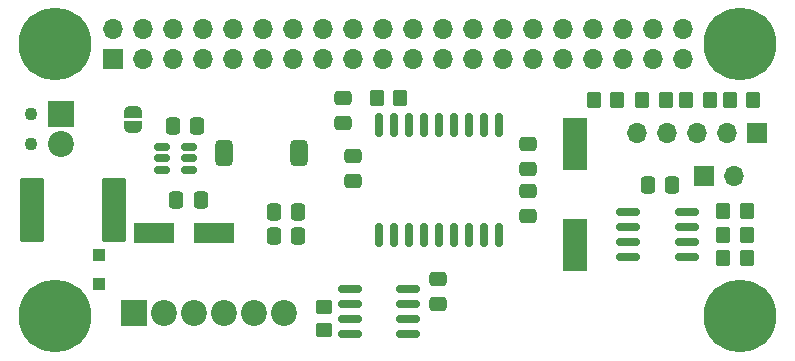
<source format=gts>
%TF.GenerationSoftware,KiCad,Pcbnew,7.0.6*%
%TF.CreationDate,2023-08-14T14:17:20+01:00*%
%TF.ProjectId,canhat,63616e68-6174-42e6-9b69-6361645f7063,8*%
%TF.SameCoordinates,Original*%
%TF.FileFunction,Soldermask,Top*%
%TF.FilePolarity,Negative*%
%FSLAX46Y46*%
G04 Gerber Fmt 4.6, Leading zero omitted, Abs format (unit mm)*
G04 Created by KiCad (PCBNEW 7.0.6) date 2023-08-14 14:17:20*
%MOMM*%
%LPD*%
G01*
G04 APERTURE LIST*
G04 Aperture macros list*
%AMRoundRect*
0 Rectangle with rounded corners*
0 $1 Rounding radius*
0 $2 $3 $4 $5 $6 $7 $8 $9 X,Y pos of 4 corners*
0 Add a 4 corners polygon primitive as box body*
4,1,4,$2,$3,$4,$5,$6,$7,$8,$9,$2,$3,0*
0 Add four circle primitives for the rounded corners*
1,1,$1+$1,$2,$3*
1,1,$1+$1,$4,$5*
1,1,$1+$1,$6,$7*
1,1,$1+$1,$8,$9*
0 Add four rect primitives between the rounded corners*
20,1,$1+$1,$2,$3,$4,$5,0*
20,1,$1+$1,$4,$5,$6,$7,0*
20,1,$1+$1,$6,$7,$8,$9,0*
20,1,$1+$1,$8,$9,$2,$3,0*%
%AMFreePoly0*
4,1,19,0.500000,-0.750000,0.000000,-0.750000,0.000000,-0.744911,-0.071157,-0.744911,-0.207708,-0.704816,-0.327430,-0.627875,-0.420627,-0.520320,-0.479746,-0.390866,-0.500000,-0.250000,-0.500000,0.250000,-0.479746,0.390866,-0.420627,0.520320,-0.327430,0.627875,-0.207708,0.704816,-0.071157,0.744911,0.000000,0.744911,0.000000,0.750000,0.500000,0.750000,0.500000,-0.750000,0.500000,-0.750000,
$1*%
%AMFreePoly1*
4,1,19,0.000000,0.744911,0.071157,0.744911,0.207708,0.704816,0.327430,0.627875,0.420627,0.520320,0.479746,0.390866,0.500000,0.250000,0.500000,-0.250000,0.479746,-0.390866,0.420627,-0.520320,0.327430,-0.627875,0.207708,-0.704816,0.071157,-0.744911,0.000000,-0.744911,0.000000,-0.750000,-0.500000,-0.750000,-0.500000,0.750000,0.000000,0.750000,0.000000,0.744911,0.000000,0.744911,
$1*%
G04 Aperture macros list end*
%ADD10RoundRect,0.250000X0.350000X0.450000X-0.350000X0.450000X-0.350000X-0.450000X0.350000X-0.450000X0*%
%ADD11RoundRect,0.250000X0.475000X-0.337500X0.475000X0.337500X-0.475000X0.337500X-0.475000X-0.337500X0*%
%ADD12RoundRect,0.250000X-0.475000X0.337500X-0.475000X-0.337500X0.475000X-0.337500X0.475000X0.337500X0*%
%ADD13RoundRect,0.150000X0.150000X-0.875000X0.150000X0.875000X-0.150000X0.875000X-0.150000X-0.875000X0*%
%ADD14RoundRect,0.150000X0.825000X0.150000X-0.825000X0.150000X-0.825000X-0.150000X0.825000X-0.150000X0*%
%ADD15C,6.150000*%
%ADD16RoundRect,0.250000X0.337500X0.475000X-0.337500X0.475000X-0.337500X-0.475000X0.337500X-0.475000X0*%
%ADD17R,1.700000X1.700000*%
%ADD18O,1.700000X1.700000*%
%ADD19RoundRect,0.150000X-0.825000X-0.150000X0.825000X-0.150000X0.825000X0.150000X-0.825000X0.150000X0*%
%ADD20R,2.000000X4.500000*%
%ADD21R,2.200000X2.200000*%
%ADD22C,2.200000*%
%ADD23RoundRect,0.250001X-0.799999X-2.474999X0.799999X-2.474999X0.799999X2.474999X-0.799999X2.474999X0*%
%ADD24C,1.100000*%
%ADD25RoundRect,0.250000X-0.350000X-0.450000X0.350000X-0.450000X0.350000X0.450000X-0.350000X0.450000X0*%
%ADD26RoundRect,0.375000X-0.375000X-0.725000X0.375000X-0.725000X0.375000X0.725000X-0.375000X0.725000X0*%
%ADD27RoundRect,0.150000X-0.512500X-0.150000X0.512500X-0.150000X0.512500X0.150000X-0.512500X0.150000X0*%
%ADD28R,3.500000X1.800000*%
%ADD29RoundRect,0.250000X-0.337500X-0.475000X0.337500X-0.475000X0.337500X0.475000X-0.337500X0.475000X0*%
%ADD30R,1.000000X1.000000*%
%ADD31RoundRect,0.250000X0.450000X-0.350000X0.450000X0.350000X-0.450000X0.350000X-0.450000X-0.350000X0*%
%ADD32FreePoly0,270.000000*%
%ADD33FreePoly1,270.000000*%
G04 APERTURE END LIST*
D10*
%TO.C,R3*%
X102025000Y-71600000D03*
X100025000Y-71600000D03*
%TD*%
%TO.C,R4*%
X102025000Y-69600000D03*
X100025000Y-69600000D03*
%TD*%
D11*
%TO.C,C1*%
X83500000Y-64037500D03*
X83500000Y-61962500D03*
%TD*%
D12*
%TO.C,C6*%
X75900000Y-73362500D03*
X75900000Y-75437500D03*
%TD*%
D10*
%TO.C,R1*%
X72700000Y-58000000D03*
X70700000Y-58000000D03*
%TD*%
D13*
%TO.C,U1*%
X70920000Y-69650000D03*
X72190000Y-69650000D03*
X73460000Y-69650000D03*
X74730000Y-69650000D03*
X76000000Y-69650000D03*
X77270000Y-69650000D03*
X78540000Y-69650000D03*
X79810000Y-69650000D03*
X81080000Y-69650000D03*
X81080000Y-60350000D03*
X79810000Y-60350000D03*
X78540000Y-60350000D03*
X77270000Y-60350000D03*
X76000000Y-60350000D03*
X74730000Y-60350000D03*
X73460000Y-60350000D03*
X72190000Y-60350000D03*
X70920000Y-60350000D03*
%TD*%
D14*
%TO.C,U2*%
X73375000Y-78005000D03*
X73375000Y-76735000D03*
X73375000Y-75465000D03*
X73375000Y-74195000D03*
X68425000Y-74195000D03*
X68425000Y-75465000D03*
X68425000Y-76735000D03*
X68425000Y-78005000D03*
%TD*%
D15*
%TO.C,H1*%
X43500000Y-53500000D03*
%TD*%
%TO.C,H2*%
X43500000Y-76500000D03*
%TD*%
%TO.C,H3*%
X101500000Y-53500000D03*
%TD*%
%TO.C,H4*%
X101500000Y-76500000D03*
%TD*%
D16*
%TO.C,C7*%
X95737500Y-65400000D03*
X93662500Y-65400000D03*
%TD*%
D17*
%TO.C,JP1*%
X98460000Y-64600000D03*
D18*
X101000000Y-64600000D03*
%TD*%
D10*
%TO.C,R2*%
X102025000Y-67600000D03*
X100025000Y-67600000D03*
%TD*%
D19*
%TO.C,U3*%
X92025000Y-67695000D03*
X92025000Y-68965000D03*
X92025000Y-70235000D03*
X92025000Y-71505000D03*
X96975000Y-71505000D03*
X96975000Y-70235000D03*
X96975000Y-68965000D03*
X96975000Y-67695000D03*
%TD*%
D20*
%TO.C,Y1*%
X87500000Y-70450000D03*
X87500000Y-61950000D03*
%TD*%
D21*
%TO.C,J2*%
X50200000Y-76200000D03*
D22*
X52740000Y-76200000D03*
X55280000Y-76200000D03*
X57820000Y-76200000D03*
X60360000Y-76200000D03*
X62900000Y-76200000D03*
%TD*%
D23*
%TO.C,F1*%
X41525000Y-67500000D03*
X48475000Y-67500000D03*
%TD*%
D24*
%TO.C,J5*%
X41460000Y-59430000D03*
X41460000Y-61970000D03*
D21*
X44000000Y-59430000D03*
D22*
X44000000Y-61970000D03*
%TD*%
D12*
%TO.C,C3*%
X67900000Y-58050000D03*
X67900000Y-60125000D03*
%TD*%
%TO.C,C4*%
X68700000Y-62962500D03*
X68700000Y-65037500D03*
%TD*%
D17*
%TO.C,J3*%
X102900000Y-61000000D03*
D18*
X100360000Y-61000000D03*
X97820000Y-61000000D03*
X95280000Y-61000000D03*
X92740000Y-61000000D03*
%TD*%
D25*
%TO.C,R12*%
X93200000Y-58200000D03*
X95200000Y-58200000D03*
%TD*%
%TO.C,R13*%
X96900000Y-58200000D03*
X98900000Y-58200000D03*
%TD*%
%TO.C,R14*%
X100600000Y-58200000D03*
X102600000Y-58200000D03*
%TD*%
D16*
%TO.C,C12*%
X64062500Y-69700000D03*
X61987500Y-69700000D03*
%TD*%
D26*
%TO.C,L1*%
X57825000Y-62700000D03*
X64125000Y-62700000D03*
%TD*%
D27*
%TO.C,U4*%
X52552500Y-62200000D03*
X52552500Y-63150000D03*
X52552500Y-64100000D03*
X54827500Y-64100000D03*
X54827500Y-63150000D03*
X54827500Y-62200000D03*
%TD*%
D16*
%TO.C,C13*%
X64062500Y-67700000D03*
X61987500Y-67700000D03*
%TD*%
D28*
%TO.C,D2*%
X56900000Y-69500000D03*
X51900000Y-69500000D03*
%TD*%
D29*
%TO.C,C9*%
X53762500Y-66700000D03*
X55837500Y-66700000D03*
%TD*%
D10*
%TO.C,R11*%
X91100000Y-58200000D03*
X89100000Y-58200000D03*
%TD*%
D30*
%TO.C,D1*%
X47200000Y-71300000D03*
X47200000Y-73800000D03*
%TD*%
D29*
%TO.C,C10*%
X53462500Y-60400000D03*
X55537500Y-60400000D03*
%TD*%
D31*
%TO.C,R5*%
X66250000Y-77700000D03*
X66250000Y-75700000D03*
%TD*%
D12*
%TO.C,C2*%
X83500000Y-65925000D03*
X83500000Y-68000000D03*
%TD*%
D32*
%TO.C,JP5*%
X50100000Y-59200000D03*
D33*
X50100000Y-60500000D03*
%TD*%
D17*
%TO.C,J1*%
X48370000Y-54770000D03*
D18*
X48370000Y-52230000D03*
X50910000Y-54770000D03*
X50910000Y-52230000D03*
X53450000Y-54770000D03*
X53450000Y-52230000D03*
X55990000Y-54770000D03*
X55990000Y-52230000D03*
X58530000Y-54770000D03*
X58530000Y-52230000D03*
X61070000Y-54770000D03*
X61070000Y-52230000D03*
X63610000Y-54770000D03*
X63610000Y-52230000D03*
X66150000Y-54770000D03*
X66150000Y-52230000D03*
X68690000Y-54770000D03*
X68690000Y-52230000D03*
X71230000Y-54770000D03*
X71230000Y-52230000D03*
X73770000Y-54770000D03*
X73770000Y-52230000D03*
X76310000Y-54770000D03*
X76310000Y-52230000D03*
X78850000Y-54770000D03*
X78850000Y-52230000D03*
X81390000Y-54770000D03*
X81390000Y-52230000D03*
X83930000Y-54770000D03*
X83930000Y-52230000D03*
X86470000Y-54770000D03*
X86470000Y-52230000D03*
X89010000Y-54770000D03*
X89010000Y-52230000D03*
X91550000Y-54770000D03*
X91550000Y-52230000D03*
X94090000Y-54770000D03*
X94090000Y-52230000D03*
X96630000Y-54770000D03*
X96630000Y-52230000D03*
%TD*%
M02*

</source>
